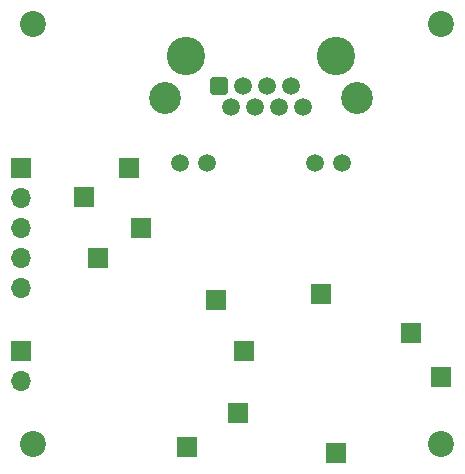
<source format=gbr>
%TF.GenerationSoftware,KiCad,Pcbnew,8.0.1*%
%TF.CreationDate,2024-08-08T22:12:17-07:00*%
%TF.ProjectId,spi_ethernet_mcu_side,7370695f-6574-4686-9572-6e65745f6d63,rev?*%
%TF.SameCoordinates,Original*%
%TF.FileFunction,Soldermask,Bot*%
%TF.FilePolarity,Negative*%
%FSLAX46Y46*%
G04 Gerber Fmt 4.6, Leading zero omitted, Abs format (unit mm)*
G04 Created by KiCad (PCBNEW 8.0.1) date 2024-08-08 22:12:17*
%MOMM*%
%LPD*%
G01*
G04 APERTURE LIST*
G04 Aperture macros list*
%AMRoundRect*
0 Rectangle with rounded corners*
0 $1 Rounding radius*
0 $2 $3 $4 $5 $6 $7 $8 $9 X,Y pos of 4 corners*
0 Add a 4 corners polygon primitive as box body*
4,1,4,$2,$3,$4,$5,$6,$7,$8,$9,$2,$3,0*
0 Add four circle primitives for the rounded corners*
1,1,$1+$1,$2,$3*
1,1,$1+$1,$4,$5*
1,1,$1+$1,$6,$7*
1,1,$1+$1,$8,$9*
0 Add four rect primitives between the rounded corners*
20,1,$1+$1,$2,$3,$4,$5,0*
20,1,$1+$1,$4,$5,$6,$7,0*
20,1,$1+$1,$6,$7,$8,$9,0*
20,1,$1+$1,$8,$9,$2,$3,0*%
G04 Aperture macros list end*
%ADD10R,1.700000X1.700000*%
%ADD11C,2.200000*%
%ADD12C,2.700000*%
%ADD13C,1.500000*%
%ADD14RoundRect,0.250000X0.500000X0.500000X-0.500000X0.500000X-0.500000X-0.500000X0.500000X-0.500000X0*%
%ADD15C,3.250000*%
%ADD16O,1.700000X1.700000*%
G04 APERTURE END LIST*
D10*
%TO.C,TP5*%
X145821400Y-87350600D03*
%TD*%
%TO.C,TP4*%
X143281400Y-83616800D03*
%TD*%
%TO.C,TP2*%
X128625600Y-90373200D03*
%TD*%
%TO.C,TP1*%
X124256800Y-93218000D03*
%TD*%
%TO.C,TP9*%
X119354600Y-69596000D03*
%TD*%
%TO.C,TP10*%
X115544600Y-72110600D03*
%TD*%
D11*
%TO.C,H4*%
X145796000Y-92964000D03*
%TD*%
D10*
%TO.C,TP3*%
X129082800Y-85115400D03*
%TD*%
D11*
%TO.C,H1*%
X111252000Y-92964000D03*
%TD*%
D10*
%TO.C,TP12*%
X116713000Y-77216000D03*
%TD*%
D11*
%TO.C,H3*%
X111252000Y-57404000D03*
%TD*%
D10*
%TO.C,TP11*%
X120370600Y-74676000D03*
%TD*%
D12*
%TO.C,J1*%
X138688000Y-63663400D03*
X122428000Y-63663400D03*
D13*
X137418000Y-69243400D03*
X135128000Y-69243400D03*
X125988000Y-69243400D03*
X123698000Y-69243400D03*
X134128000Y-64423400D03*
X133108000Y-62643400D03*
X132088000Y-64423400D03*
X131068000Y-62643400D03*
X130048000Y-64423400D03*
X129028000Y-62643400D03*
X128008000Y-64423400D03*
D14*
X126988000Y-62643400D03*
D15*
X136908000Y-60103400D03*
X124208000Y-60103400D03*
%TD*%
D10*
%TO.C,TP6*%
X126695200Y-80822800D03*
%TD*%
%TO.C,TP8*%
X135636000Y-80264000D03*
%TD*%
D11*
%TO.C,H2*%
X145796000Y-57404000D03*
%TD*%
D10*
%TO.C,J4*%
X110263200Y-69596000D03*
D16*
X110263200Y-72136000D03*
X110263200Y-74676000D03*
X110263200Y-77216000D03*
X110263200Y-79756000D03*
%TD*%
D10*
%TO.C,J3*%
X110236000Y-85085000D03*
D16*
X110236000Y-87625000D03*
%TD*%
D10*
%TO.C,TP7*%
X136906000Y-93726000D03*
%TD*%
M02*

</source>
